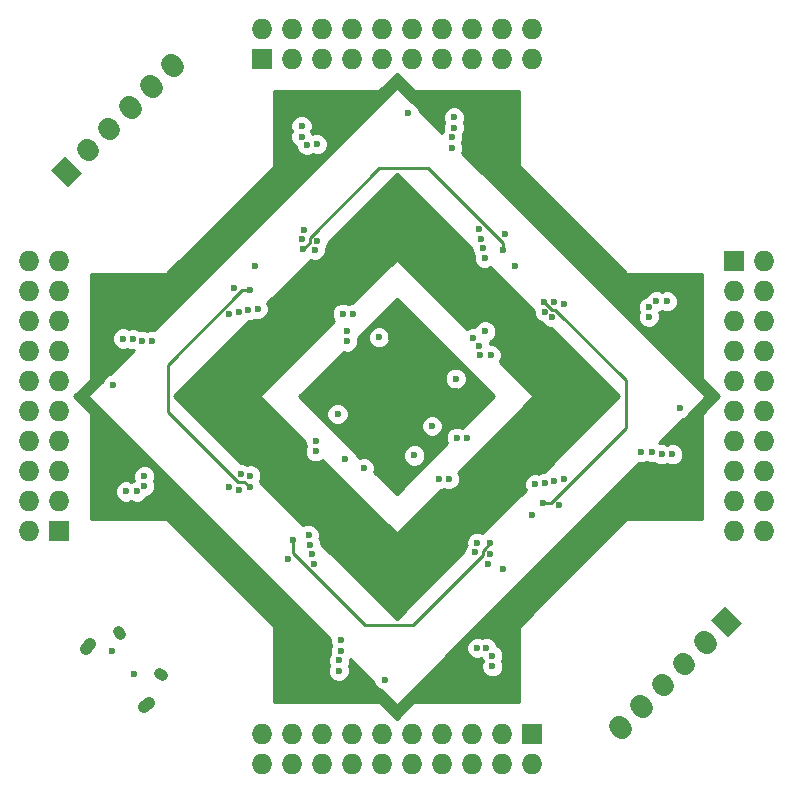
<source format=gbr>
G04 #@! TF.FileFunction,Copper,L3,Inr,Plane*
%FSLAX46Y46*%
G04 Gerber Fmt 4.6, Leading zero omitted, Abs format (unit mm)*
G04 Created by KiCad (PCBNEW 4.0.6-e0-6349~53~ubuntu14.04.1) date Tue Mar 21 08:09:45 2017*
%MOMM*%
%LPD*%
G01*
G04 APERTURE LIST*
%ADD10C,0.100000*%
%ADD11R,1.727200X1.727200*%
%ADD12O,1.727200X1.727200*%
%ADD13C,1.727200*%
%ADD14C,0.950000*%
%ADD15C,1.000000*%
%ADD16C,0.600000*%
%ADD17C,0.250000*%
%ADD18C,0.254000*%
G04 APERTURE END LIST*
D10*
D11*
X161430000Y-133575000D03*
D12*
X161430000Y-136115000D03*
X158890000Y-133575000D03*
X158890000Y-136115000D03*
X156350000Y-133575000D03*
X156350000Y-136115000D03*
X153810000Y-133575000D03*
X153810000Y-136115000D03*
X151270000Y-133575000D03*
X151270000Y-136115000D03*
X148730000Y-133575000D03*
X148730000Y-136115000D03*
X146190000Y-133575000D03*
X146190000Y-136115000D03*
X143650000Y-133575000D03*
X143650000Y-136115000D03*
X141110000Y-133575000D03*
X141110000Y-136115000D03*
X138570000Y-133575000D03*
X138570000Y-136115000D03*
D11*
X121425000Y-116430000D03*
D12*
X118885000Y-116430000D03*
X121425000Y-113890000D03*
X118885000Y-113890000D03*
X121425000Y-111350000D03*
X118885000Y-111350000D03*
X121425000Y-108810000D03*
X118885000Y-108810000D03*
X121425000Y-106270000D03*
X118885000Y-106270000D03*
X121425000Y-103730000D03*
X118885000Y-103730000D03*
X121425000Y-101190000D03*
X118885000Y-101190000D03*
X121425000Y-98650000D03*
X118885000Y-98650000D03*
X121425000Y-96110000D03*
X118885000Y-96110000D03*
X121425000Y-93570000D03*
X118885000Y-93570000D03*
D11*
X138570000Y-76425000D03*
D12*
X138570000Y-73885000D03*
X141110000Y-76425000D03*
X141110000Y-73885000D03*
X143650000Y-76425000D03*
X143650000Y-73885000D03*
X146190000Y-76425000D03*
X146190000Y-73885000D03*
X148730000Y-76425000D03*
X148730000Y-73885000D03*
X151270000Y-76425000D03*
X151270000Y-73885000D03*
X153810000Y-76425000D03*
X153810000Y-73885000D03*
X156350000Y-76425000D03*
X156350000Y-73885000D03*
X158890000Y-76425000D03*
X158890000Y-73885000D03*
X161430000Y-76425000D03*
X161430000Y-73885000D03*
D11*
X178575000Y-93570000D03*
D12*
X181115000Y-93570000D03*
X178575000Y-96110000D03*
X181115000Y-96110000D03*
X178575000Y-98650000D03*
X181115000Y-98650000D03*
X178575000Y-101190000D03*
X181115000Y-101190000D03*
X178575000Y-103730000D03*
X181115000Y-103730000D03*
X178575000Y-106270000D03*
X181115000Y-106270000D03*
X178575000Y-108810000D03*
X181115000Y-108810000D03*
X178575000Y-111350000D03*
X181115000Y-111350000D03*
X178575000Y-113890000D03*
X181115000Y-113890000D03*
X178575000Y-116430000D03*
X181115000Y-116430000D03*
D10*
G36*
X122167763Y-87279078D02*
X120730922Y-85842237D01*
X121952237Y-84620922D01*
X123389078Y-86057763D01*
X122167763Y-87279078D01*
X122167763Y-87279078D01*
G37*
D13*
X123748288Y-84046186D02*
X123963814Y-84261712D01*
X125544339Y-82250135D02*
X125759865Y-82465661D01*
X127340391Y-80454083D02*
X127555917Y-80669609D01*
X129136442Y-78658032D02*
X129351968Y-78873558D01*
X130932493Y-76861981D02*
X131148019Y-77077507D01*
D10*
G36*
X177832237Y-122720922D02*
X179269078Y-124157763D01*
X178047763Y-125379078D01*
X176610922Y-123942237D01*
X177832237Y-122720922D01*
X177832237Y-122720922D01*
G37*
D13*
X176251712Y-125953814D02*
X176036186Y-125738288D01*
X174455661Y-127749865D02*
X174240135Y-127534339D01*
X172659609Y-129545917D02*
X172444083Y-129330391D01*
X170863558Y-131341968D02*
X170648032Y-131126442D01*
X169067507Y-133138019D02*
X168851981Y-132922493D01*
D14*
X126370413Y-124880648D02*
X126582545Y-125092780D01*
X129905947Y-128416182D02*
X130118079Y-128628314D01*
D15*
X123665730Y-126383250D02*
X124054638Y-125994342D01*
X128615478Y-131332997D02*
X129004386Y-130944089D01*
D16*
X154500000Y-96500000D03*
X159050000Y-119650000D03*
X163750000Y-114200000D03*
X159200000Y-91250000D03*
X136250000Y-95800000D03*
X140800000Y-118750000D03*
X174000000Y-106000000D03*
X149000000Y-129000000D03*
X126000000Y-104000000D03*
X151000000Y-81000000D03*
X155100000Y-108500000D03*
X155950000Y-108550000D03*
X153550000Y-112000000D03*
X154450000Y-112000000D03*
X156450000Y-100050000D03*
X157000000Y-100700000D03*
X157100000Y-101500000D03*
X158000000Y-101500000D03*
X150500000Y-110000000D03*
X145000000Y-105500000D03*
X149500000Y-100000000D03*
X155000000Y-104500000D03*
X146825000Y-102460000D03*
X160000000Y-94000000D03*
X138000000Y-94000000D03*
X161500000Y-115000000D03*
X157500000Y-99500000D03*
X153000000Y-107500000D03*
X155000000Y-103500000D03*
X151500000Y-110000000D03*
X145000000Y-106500000D03*
X148500000Y-100000000D03*
X147250000Y-111050000D03*
X145600000Y-110300000D03*
X143150000Y-108750000D03*
X143150000Y-109650000D03*
X145800000Y-100350000D03*
X145800000Y-99450000D03*
X146300000Y-98050000D03*
X145450000Y-98000000D03*
X158100000Y-127850000D03*
X158100000Y-126950000D03*
X156800000Y-126300000D03*
X157600000Y-126300000D03*
X157750000Y-119150000D03*
X157950000Y-118350000D03*
X156650000Y-118200000D03*
X156850000Y-117400000D03*
X142550000Y-116750000D03*
X142700000Y-117550000D03*
X142850000Y-118350000D03*
X143000000Y-119150000D03*
X145100000Y-128250000D03*
X145150000Y-127350000D03*
X145300000Y-126550000D03*
X145300000Y-125650000D03*
X127100000Y-113050000D03*
X128000000Y-113050000D03*
X128650000Y-111750000D03*
X128650000Y-112550000D03*
X135850000Y-112700000D03*
X136650000Y-112900000D03*
X136800000Y-111600000D03*
X137600000Y-111700000D03*
X138250000Y-97600000D03*
X137450000Y-97700000D03*
X136650000Y-97850000D03*
X135850000Y-98000000D03*
X126850000Y-100100000D03*
X127650000Y-100150000D03*
X128450000Y-100300000D03*
X129300000Y-100300000D03*
X141950000Y-82100000D03*
X141950000Y-83000000D03*
X143250000Y-83650000D03*
X142400000Y-83700000D03*
X142200000Y-90900000D03*
X142000000Y-91700000D03*
X143300000Y-91800000D03*
X143100000Y-92600000D03*
X157450000Y-93250000D03*
X157300000Y-92450000D03*
X157150000Y-91650000D03*
X157000000Y-90850000D03*
X154850000Y-81350000D03*
X154850000Y-82250000D03*
X154700000Y-83050000D03*
X154700000Y-83950000D03*
X172900000Y-96950000D03*
X172000000Y-96950000D03*
X171350000Y-98250000D03*
X171350000Y-97450000D03*
X164150000Y-97200000D03*
X163350000Y-97000000D03*
X163200000Y-98300000D03*
X162550000Y-97850000D03*
X161750000Y-112450000D03*
X162550000Y-112300000D03*
X163350000Y-112150000D03*
X164150000Y-112000000D03*
X173350000Y-109900000D03*
X172450000Y-109900000D03*
X171650000Y-109700000D03*
X170700000Y-109700000D03*
X141200000Y-117150000D03*
X157950000Y-117450000D03*
X137550000Y-96000000D03*
X137550000Y-112700000D03*
X166500000Y-92000000D03*
X134500000Y-91000000D03*
X165000000Y-118500000D03*
X159050000Y-92600000D03*
X142100000Y-92550000D03*
X162400000Y-114000000D03*
X162500000Y-97000000D03*
X127775000Y-128495000D03*
X125870000Y-126590000D03*
D17*
X151825000Y-123925000D02*
X151400000Y-124350000D01*
X147300000Y-124350000D02*
X141200000Y-118250000D01*
X151400000Y-124350000D02*
X147300000Y-124350000D01*
X141200000Y-118250000D02*
X141200000Y-117150000D01*
X157950000Y-117450000D02*
X157450000Y-117950000D01*
X157450000Y-117950000D02*
X157300000Y-118100000D01*
X157300000Y-118100000D02*
X157300000Y-118450000D01*
X157300000Y-118450000D02*
X156900000Y-118850000D01*
X156900000Y-118850000D02*
X153350000Y-122400000D01*
X153350000Y-122400000D02*
X151825000Y-123925000D01*
X137550000Y-96000000D02*
X136950000Y-96000000D01*
X136950000Y-96000000D02*
X130650000Y-102300000D01*
X130650000Y-102300000D02*
X130650000Y-106350000D01*
X130650000Y-106350000D02*
X136550000Y-112250000D01*
X136550000Y-112250000D02*
X137100000Y-112250000D01*
X137100000Y-112250000D02*
X137550000Y-112700000D01*
X159050000Y-92600000D02*
X159050000Y-92000000D01*
X159050000Y-92000000D02*
X152700000Y-85650000D01*
X152700000Y-85650000D02*
X148550000Y-85650000D01*
X148550000Y-85650000D02*
X142650000Y-91550000D01*
X142650000Y-91550000D02*
X142650000Y-92000000D01*
X142650000Y-92000000D02*
X142100000Y-92550000D01*
X162400000Y-114000000D02*
X163050000Y-114000000D01*
X163050000Y-114000000D02*
X169400000Y-107650000D01*
X169400000Y-107650000D02*
X169400000Y-103600000D01*
X169400000Y-103600000D02*
X163450000Y-97650000D01*
X163450000Y-97650000D02*
X163150000Y-97650000D01*
X163150000Y-97650000D02*
X162500000Y-97000000D01*
D18*
G36*
X158250394Y-105000000D02*
X155568330Y-107682064D01*
X155286799Y-107565162D01*
X154914833Y-107564838D01*
X154571057Y-107706883D01*
X154307808Y-107969673D01*
X154165162Y-108313201D01*
X154164838Y-108685167D01*
X154281904Y-108968490D01*
X150000000Y-113250394D01*
X148126617Y-111377011D01*
X148184838Y-111236799D01*
X148185162Y-110864833D01*
X148043117Y-110521057D01*
X147780327Y-110257808D01*
X147605389Y-110185167D01*
X150564838Y-110185167D01*
X150706883Y-110528943D01*
X150969673Y-110792192D01*
X151313201Y-110934838D01*
X151685167Y-110935162D01*
X152028943Y-110793117D01*
X152292192Y-110530327D01*
X152434838Y-110186799D01*
X152435162Y-109814833D01*
X152293117Y-109471057D01*
X152030327Y-109207808D01*
X151686799Y-109065162D01*
X151314833Y-109064838D01*
X150971057Y-109206883D01*
X150707808Y-109469673D01*
X150565162Y-109813201D01*
X150564838Y-110185167D01*
X147605389Y-110185167D01*
X147436799Y-110115162D01*
X147064833Y-110114838D01*
X146923034Y-110173428D01*
X144434773Y-107685167D01*
X152064838Y-107685167D01*
X152206883Y-108028943D01*
X152469673Y-108292192D01*
X152813201Y-108434838D01*
X153185167Y-108435162D01*
X153528943Y-108293117D01*
X153792192Y-108030327D01*
X153934838Y-107686799D01*
X153935162Y-107314833D01*
X153793117Y-106971057D01*
X153530327Y-106707808D01*
X153186799Y-106565162D01*
X152814833Y-106564838D01*
X152471057Y-106706883D01*
X152207808Y-106969673D01*
X152065162Y-107313201D01*
X152064838Y-107685167D01*
X144434773Y-107685167D01*
X143434773Y-106685167D01*
X144064838Y-106685167D01*
X144206883Y-107028943D01*
X144469673Y-107292192D01*
X144813201Y-107434838D01*
X145185167Y-107435162D01*
X145528943Y-107293117D01*
X145792192Y-107030327D01*
X145934838Y-106686799D01*
X145935162Y-106314833D01*
X145793117Y-105971057D01*
X145530327Y-105707808D01*
X145186799Y-105565162D01*
X144814833Y-105564838D01*
X144471057Y-105706883D01*
X144207808Y-105969673D01*
X144065162Y-106313201D01*
X144064838Y-106685167D01*
X143434773Y-106685167D01*
X141749606Y-105000000D01*
X143064439Y-103685167D01*
X154064838Y-103685167D01*
X154206883Y-104028943D01*
X154469673Y-104292192D01*
X154813201Y-104434838D01*
X155185167Y-104435162D01*
X155528943Y-104293117D01*
X155792192Y-104030327D01*
X155934838Y-103686799D01*
X155935162Y-103314833D01*
X155793117Y-102971057D01*
X155530327Y-102707808D01*
X155186799Y-102565162D01*
X154814833Y-102564838D01*
X154471057Y-102706883D01*
X154207808Y-102969673D01*
X154065162Y-103313201D01*
X154064838Y-103685167D01*
X143064439Y-103685167D01*
X145508319Y-101241287D01*
X145613201Y-101284838D01*
X145985167Y-101285162D01*
X146328943Y-101143117D01*
X146592192Y-100880327D01*
X146734838Y-100536799D01*
X146735144Y-100185167D01*
X147564838Y-100185167D01*
X147706883Y-100528943D01*
X147969673Y-100792192D01*
X148313201Y-100934838D01*
X148685167Y-100935162D01*
X149028943Y-100793117D01*
X149292192Y-100530327D01*
X149434838Y-100186799D01*
X149435162Y-99814833D01*
X149293117Y-99471057D01*
X149030327Y-99207808D01*
X148686799Y-99065162D01*
X148314833Y-99064838D01*
X147971057Y-99206883D01*
X147707808Y-99469673D01*
X147565162Y-99813201D01*
X147564838Y-100185167D01*
X146735144Y-100185167D01*
X146735162Y-100164833D01*
X146691191Y-100058415D01*
X150000000Y-96749606D01*
X158250394Y-105000000D01*
X158250394Y-105000000D01*
G37*
X158250394Y-105000000D02*
X155568330Y-107682064D01*
X155286799Y-107565162D01*
X154914833Y-107564838D01*
X154571057Y-107706883D01*
X154307808Y-107969673D01*
X154165162Y-108313201D01*
X154164838Y-108685167D01*
X154281904Y-108968490D01*
X150000000Y-113250394D01*
X148126617Y-111377011D01*
X148184838Y-111236799D01*
X148185162Y-110864833D01*
X148043117Y-110521057D01*
X147780327Y-110257808D01*
X147605389Y-110185167D01*
X150564838Y-110185167D01*
X150706883Y-110528943D01*
X150969673Y-110792192D01*
X151313201Y-110934838D01*
X151685167Y-110935162D01*
X152028943Y-110793117D01*
X152292192Y-110530327D01*
X152434838Y-110186799D01*
X152435162Y-109814833D01*
X152293117Y-109471057D01*
X152030327Y-109207808D01*
X151686799Y-109065162D01*
X151314833Y-109064838D01*
X150971057Y-109206883D01*
X150707808Y-109469673D01*
X150565162Y-109813201D01*
X150564838Y-110185167D01*
X147605389Y-110185167D01*
X147436799Y-110115162D01*
X147064833Y-110114838D01*
X146923034Y-110173428D01*
X144434773Y-107685167D01*
X152064838Y-107685167D01*
X152206883Y-108028943D01*
X152469673Y-108292192D01*
X152813201Y-108434838D01*
X153185167Y-108435162D01*
X153528943Y-108293117D01*
X153792192Y-108030327D01*
X153934838Y-107686799D01*
X153935162Y-107314833D01*
X153793117Y-106971057D01*
X153530327Y-106707808D01*
X153186799Y-106565162D01*
X152814833Y-106564838D01*
X152471057Y-106706883D01*
X152207808Y-106969673D01*
X152065162Y-107313201D01*
X152064838Y-107685167D01*
X144434773Y-107685167D01*
X143434773Y-106685167D01*
X144064838Y-106685167D01*
X144206883Y-107028943D01*
X144469673Y-107292192D01*
X144813201Y-107434838D01*
X145185167Y-107435162D01*
X145528943Y-107293117D01*
X145792192Y-107030327D01*
X145934838Y-106686799D01*
X145935162Y-106314833D01*
X145793117Y-105971057D01*
X145530327Y-105707808D01*
X145186799Y-105565162D01*
X144814833Y-105564838D01*
X144471057Y-105706883D01*
X144207808Y-105969673D01*
X144065162Y-106313201D01*
X144064838Y-106685167D01*
X143434773Y-106685167D01*
X141749606Y-105000000D01*
X143064439Y-103685167D01*
X154064838Y-103685167D01*
X154206883Y-104028943D01*
X154469673Y-104292192D01*
X154813201Y-104434838D01*
X155185167Y-104435162D01*
X155528943Y-104293117D01*
X155792192Y-104030327D01*
X155934838Y-103686799D01*
X155935162Y-103314833D01*
X155793117Y-102971057D01*
X155530327Y-102707808D01*
X155186799Y-102565162D01*
X154814833Y-102564838D01*
X154471057Y-102706883D01*
X154207808Y-102969673D01*
X154065162Y-103313201D01*
X154064838Y-103685167D01*
X143064439Y-103685167D01*
X145508319Y-101241287D01*
X145613201Y-101284838D01*
X145985167Y-101285162D01*
X146328943Y-101143117D01*
X146592192Y-100880327D01*
X146734838Y-100536799D01*
X146735144Y-100185167D01*
X147564838Y-100185167D01*
X147706883Y-100528943D01*
X147969673Y-100792192D01*
X148313201Y-100934838D01*
X148685167Y-100935162D01*
X149028943Y-100793117D01*
X149292192Y-100530327D01*
X149434838Y-100186799D01*
X149435162Y-99814833D01*
X149293117Y-99471057D01*
X149030327Y-99207808D01*
X148686799Y-99065162D01*
X148314833Y-99064838D01*
X147971057Y-99206883D01*
X147707808Y-99469673D01*
X147565162Y-99813201D01*
X147564838Y-100185167D01*
X146735144Y-100185167D01*
X146735162Y-100164833D01*
X146691191Y-100058415D01*
X150000000Y-96749606D01*
X158250394Y-105000000D01*
G36*
X156364917Y-92544523D02*
X156364838Y-92635167D01*
X156506883Y-92978943D01*
X156537439Y-93009552D01*
X156515162Y-93063201D01*
X156514838Y-93435167D01*
X156656883Y-93778943D01*
X156919673Y-94042192D01*
X157263201Y-94184838D01*
X157635167Y-94185162D01*
X157897261Y-94076867D01*
X161615047Y-97794653D01*
X161614838Y-98035167D01*
X161756883Y-98378943D01*
X162019673Y-98642192D01*
X162363201Y-98784838D01*
X162388668Y-98784860D01*
X162406883Y-98828943D01*
X162669673Y-99092192D01*
X163013201Y-99234838D01*
X163055269Y-99234875D01*
X168820394Y-105000000D01*
X162455477Y-111364917D01*
X162364833Y-111364838D01*
X162021057Y-111506883D01*
X161990448Y-111537439D01*
X161936799Y-111515162D01*
X161564833Y-111514838D01*
X161221057Y-111656883D01*
X160957808Y-111919673D01*
X160815162Y-112263201D01*
X160814838Y-112635167D01*
X160923133Y-112897261D01*
X157261802Y-116558592D01*
X157036799Y-116465162D01*
X156664833Y-116464838D01*
X156321057Y-116606883D01*
X156057808Y-116869673D01*
X155915162Y-117213201D01*
X155914838Y-117585167D01*
X155922905Y-117604690D01*
X155857808Y-117669673D01*
X155715162Y-118013201D01*
X155715082Y-118105312D01*
X150000000Y-123820394D01*
X143635083Y-117455477D01*
X143635162Y-117364833D01*
X143493117Y-117021057D01*
X143462561Y-116990448D01*
X143484838Y-116936799D01*
X143485162Y-116564833D01*
X143343117Y-116221057D01*
X143080327Y-115957808D01*
X142736799Y-115815162D01*
X142364833Y-115814838D01*
X142102739Y-115923133D01*
X138397397Y-112217791D01*
X138534838Y-111886799D01*
X138535162Y-111514833D01*
X138393117Y-111171057D01*
X138130327Y-110907808D01*
X137786799Y-110765162D01*
X137414833Y-110764838D01*
X137320606Y-110803772D01*
X136986799Y-110665162D01*
X136844644Y-110665038D01*
X131181360Y-105001754D01*
X138373012Y-105001754D01*
X138383700Y-105051022D01*
X138410197Y-105089803D01*
X142214873Y-108894479D01*
X142214838Y-108935167D01*
X142324359Y-109200228D01*
X142215162Y-109463201D01*
X142214838Y-109835167D01*
X142356883Y-110178943D01*
X142619673Y-110442192D01*
X142963201Y-110584838D01*
X143335167Y-110585162D01*
X143678943Y-110443117D01*
X143721264Y-110400870D01*
X149910197Y-116589803D01*
X149952211Y-116617666D01*
X150001754Y-116626988D01*
X150051022Y-116616300D01*
X150089803Y-116589803D01*
X153750976Y-112928630D01*
X154000228Y-112825641D01*
X154263201Y-112934838D01*
X154635167Y-112935162D01*
X154978943Y-112793117D01*
X155242192Y-112530327D01*
X155384838Y-112186799D01*
X155385162Y-111814833D01*
X155243117Y-111471057D01*
X155225848Y-111453758D01*
X161589803Y-105089803D01*
X161617666Y-105047789D01*
X161626988Y-104998246D01*
X161616300Y-104948978D01*
X161589803Y-104910197D01*
X158751027Y-102071421D01*
X158792192Y-102030327D01*
X158934838Y-101686799D01*
X158935162Y-101314833D01*
X158793117Y-100971057D01*
X158530327Y-100707808D01*
X158186799Y-100565162D01*
X157935118Y-100564943D01*
X157935162Y-100514833D01*
X157870587Y-100358548D01*
X158028943Y-100293117D01*
X158292192Y-100030327D01*
X158434838Y-99686799D01*
X158435162Y-99314833D01*
X158293117Y-98971057D01*
X158030327Y-98707808D01*
X157686799Y-98565162D01*
X157314833Y-98564838D01*
X156971057Y-98706883D01*
X156707808Y-98969673D01*
X156645837Y-99118915D01*
X156636799Y-99115162D01*
X156264833Y-99114838D01*
X155931977Y-99252371D01*
X150089803Y-93410197D01*
X150047789Y-93382334D01*
X149998246Y-93373012D01*
X149948978Y-93383700D01*
X149910197Y-93410197D01*
X146205477Y-97114917D01*
X146114833Y-97114838D01*
X145935189Y-97189065D01*
X145636799Y-97065162D01*
X145264833Y-97064838D01*
X144921057Y-97206883D01*
X144657808Y-97469673D01*
X144515162Y-97813201D01*
X144514838Y-98185167D01*
X144656883Y-98528943D01*
X144724108Y-98596286D01*
X138410197Y-104910197D01*
X138382334Y-104952211D01*
X138373012Y-105001754D01*
X131181360Y-105001754D01*
X131179606Y-105000000D01*
X137544523Y-98635083D01*
X137635167Y-98635162D01*
X137970815Y-98496476D01*
X138063201Y-98534838D01*
X138435167Y-98535162D01*
X138778943Y-98393117D01*
X139042192Y-98130327D01*
X139184838Y-97786799D01*
X139185162Y-97414833D01*
X139062248Y-97117358D01*
X142723528Y-93456078D01*
X142913201Y-93534838D01*
X143285167Y-93535162D01*
X143628943Y-93393117D01*
X143892192Y-93130327D01*
X144034838Y-92786799D01*
X144035162Y-92414833D01*
X144027095Y-92395310D01*
X144092192Y-92330327D01*
X144234838Y-91986799D01*
X144234875Y-91944731D01*
X150000000Y-86179606D01*
X156364917Y-92544523D01*
X156364917Y-92544523D01*
G37*
X156364917Y-92544523D02*
X156364838Y-92635167D01*
X156506883Y-92978943D01*
X156537439Y-93009552D01*
X156515162Y-93063201D01*
X156514838Y-93435167D01*
X156656883Y-93778943D01*
X156919673Y-94042192D01*
X157263201Y-94184838D01*
X157635167Y-94185162D01*
X157897261Y-94076867D01*
X161615047Y-97794653D01*
X161614838Y-98035167D01*
X161756883Y-98378943D01*
X162019673Y-98642192D01*
X162363201Y-98784838D01*
X162388668Y-98784860D01*
X162406883Y-98828943D01*
X162669673Y-99092192D01*
X163013201Y-99234838D01*
X163055269Y-99234875D01*
X168820394Y-105000000D01*
X162455477Y-111364917D01*
X162364833Y-111364838D01*
X162021057Y-111506883D01*
X161990448Y-111537439D01*
X161936799Y-111515162D01*
X161564833Y-111514838D01*
X161221057Y-111656883D01*
X160957808Y-111919673D01*
X160815162Y-112263201D01*
X160814838Y-112635167D01*
X160923133Y-112897261D01*
X157261802Y-116558592D01*
X157036799Y-116465162D01*
X156664833Y-116464838D01*
X156321057Y-116606883D01*
X156057808Y-116869673D01*
X155915162Y-117213201D01*
X155914838Y-117585167D01*
X155922905Y-117604690D01*
X155857808Y-117669673D01*
X155715162Y-118013201D01*
X155715082Y-118105312D01*
X150000000Y-123820394D01*
X143635083Y-117455477D01*
X143635162Y-117364833D01*
X143493117Y-117021057D01*
X143462561Y-116990448D01*
X143484838Y-116936799D01*
X143485162Y-116564833D01*
X143343117Y-116221057D01*
X143080327Y-115957808D01*
X142736799Y-115815162D01*
X142364833Y-115814838D01*
X142102739Y-115923133D01*
X138397397Y-112217791D01*
X138534838Y-111886799D01*
X138535162Y-111514833D01*
X138393117Y-111171057D01*
X138130327Y-110907808D01*
X137786799Y-110765162D01*
X137414833Y-110764838D01*
X137320606Y-110803772D01*
X136986799Y-110665162D01*
X136844644Y-110665038D01*
X131181360Y-105001754D01*
X138373012Y-105001754D01*
X138383700Y-105051022D01*
X138410197Y-105089803D01*
X142214873Y-108894479D01*
X142214838Y-108935167D01*
X142324359Y-109200228D01*
X142215162Y-109463201D01*
X142214838Y-109835167D01*
X142356883Y-110178943D01*
X142619673Y-110442192D01*
X142963201Y-110584838D01*
X143335167Y-110585162D01*
X143678943Y-110443117D01*
X143721264Y-110400870D01*
X149910197Y-116589803D01*
X149952211Y-116617666D01*
X150001754Y-116626988D01*
X150051022Y-116616300D01*
X150089803Y-116589803D01*
X153750976Y-112928630D01*
X154000228Y-112825641D01*
X154263201Y-112934838D01*
X154635167Y-112935162D01*
X154978943Y-112793117D01*
X155242192Y-112530327D01*
X155384838Y-112186799D01*
X155385162Y-111814833D01*
X155243117Y-111471057D01*
X155225848Y-111453758D01*
X161589803Y-105089803D01*
X161617666Y-105047789D01*
X161626988Y-104998246D01*
X161616300Y-104948978D01*
X161589803Y-104910197D01*
X158751027Y-102071421D01*
X158792192Y-102030327D01*
X158934838Y-101686799D01*
X158935162Y-101314833D01*
X158793117Y-100971057D01*
X158530327Y-100707808D01*
X158186799Y-100565162D01*
X157935118Y-100564943D01*
X157935162Y-100514833D01*
X157870587Y-100358548D01*
X158028943Y-100293117D01*
X158292192Y-100030327D01*
X158434838Y-99686799D01*
X158435162Y-99314833D01*
X158293117Y-98971057D01*
X158030327Y-98707808D01*
X157686799Y-98565162D01*
X157314833Y-98564838D01*
X156971057Y-98706883D01*
X156707808Y-98969673D01*
X156645837Y-99118915D01*
X156636799Y-99115162D01*
X156264833Y-99114838D01*
X155931977Y-99252371D01*
X150089803Y-93410197D01*
X150047789Y-93382334D01*
X149998246Y-93373012D01*
X149948978Y-93383700D01*
X149910197Y-93410197D01*
X146205477Y-97114917D01*
X146114833Y-97114838D01*
X145935189Y-97189065D01*
X145636799Y-97065162D01*
X145264833Y-97064838D01*
X144921057Y-97206883D01*
X144657808Y-97469673D01*
X144515162Y-97813201D01*
X144514838Y-98185167D01*
X144656883Y-98528943D01*
X144724108Y-98596286D01*
X138410197Y-104910197D01*
X138382334Y-104952211D01*
X138373012Y-105001754D01*
X131181360Y-105001754D01*
X131179606Y-105000000D01*
X137544523Y-98635083D01*
X137635167Y-98635162D01*
X137970815Y-98496476D01*
X138063201Y-98534838D01*
X138435167Y-98535162D01*
X138778943Y-98393117D01*
X139042192Y-98130327D01*
X139184838Y-97786799D01*
X139185162Y-97414833D01*
X139062248Y-97117358D01*
X142723528Y-93456078D01*
X142913201Y-93534838D01*
X143285167Y-93535162D01*
X143628943Y-93393117D01*
X143892192Y-93130327D01*
X144034838Y-92786799D01*
X144035162Y-92414833D01*
X144027095Y-92395310D01*
X144092192Y-92330327D01*
X144234838Y-91986799D01*
X144234875Y-91944731D01*
X150000000Y-86179606D01*
X156364917Y-92544523D01*
G36*
X151410197Y-79089803D02*
X151452211Y-79117666D01*
X151500000Y-79127000D01*
X160373000Y-79127000D01*
X160373000Y-85500000D01*
X160383006Y-85549410D01*
X160410197Y-85589803D01*
X169410197Y-94589803D01*
X169452211Y-94617666D01*
X169500000Y-94627000D01*
X175873000Y-94627000D01*
X175873000Y-103500000D01*
X175883006Y-103549410D01*
X175910197Y-103589803D01*
X177320394Y-105000000D01*
X175910197Y-106410197D01*
X175882334Y-106452211D01*
X175873000Y-106500000D01*
X175873000Y-115373000D01*
X169500000Y-115373000D01*
X169450590Y-115383006D01*
X169410197Y-115410197D01*
X160410197Y-124410197D01*
X160382334Y-124452211D01*
X160373000Y-124500000D01*
X160373000Y-130873000D01*
X151500000Y-130873000D01*
X151450590Y-130883006D01*
X151410197Y-130910197D01*
X150000000Y-132320394D01*
X148589803Y-130910197D01*
X148547789Y-130882334D01*
X148500000Y-130873000D01*
X139627000Y-130873000D01*
X139627000Y-124500000D01*
X139616994Y-124450590D01*
X139589803Y-124410197D01*
X130589803Y-115410197D01*
X130547789Y-115382334D01*
X130500000Y-115373000D01*
X124127000Y-115373000D01*
X124127000Y-113235167D01*
X126164838Y-113235167D01*
X126306883Y-113578943D01*
X126569673Y-113842192D01*
X126913201Y-113984838D01*
X127285167Y-113985162D01*
X127550228Y-113875641D01*
X127813201Y-113984838D01*
X128185167Y-113985162D01*
X128528943Y-113843117D01*
X128792192Y-113580327D01*
X128831709Y-113485159D01*
X128835167Y-113485162D01*
X129178943Y-113343117D01*
X129442192Y-113080327D01*
X129584838Y-112736799D01*
X129585162Y-112364833D01*
X129496352Y-112149896D01*
X129584838Y-111936799D01*
X129585162Y-111564833D01*
X129443117Y-111221057D01*
X129180327Y-110957808D01*
X128836799Y-110815162D01*
X128464833Y-110814838D01*
X128121057Y-110956883D01*
X127857808Y-111219673D01*
X127715162Y-111563201D01*
X127714838Y-111935167D01*
X127792832Y-112123928D01*
X127549772Y-112224359D01*
X127286799Y-112115162D01*
X126914833Y-112114838D01*
X126571057Y-112256883D01*
X126307808Y-112519673D01*
X126165162Y-112863201D01*
X126164838Y-113235167D01*
X124127000Y-113235167D01*
X124127000Y-106500000D01*
X124116994Y-106450590D01*
X124089803Y-106410197D01*
X122681360Y-105001754D01*
X123873012Y-105001754D01*
X123883700Y-105051022D01*
X123910197Y-105089803D01*
X144365091Y-125544697D01*
X144364838Y-125835167D01*
X144474359Y-126100228D01*
X144365162Y-126363201D01*
X144364838Y-126735167D01*
X144387506Y-126790027D01*
X144357808Y-126819673D01*
X144215162Y-127163201D01*
X144214838Y-127535167D01*
X144299420Y-127739873D01*
X144165162Y-128063201D01*
X144164838Y-128435167D01*
X144306883Y-128778943D01*
X144569673Y-129042192D01*
X144913201Y-129184838D01*
X145285167Y-129185162D01*
X145628943Y-129043117D01*
X145892192Y-128780327D01*
X146034838Y-128436799D01*
X146035162Y-128064833D01*
X145950580Y-127860127D01*
X146084838Y-127536799D01*
X146085075Y-127264681D01*
X148106577Y-129286183D01*
X148206883Y-129528943D01*
X148469673Y-129792192D01*
X148714068Y-129893674D01*
X149910197Y-131089803D01*
X149952211Y-131117666D01*
X150001754Y-131126988D01*
X150051022Y-131116300D01*
X150089803Y-131089803D01*
X154694439Y-126485167D01*
X155864838Y-126485167D01*
X156006883Y-126828943D01*
X156269673Y-127092192D01*
X156613201Y-127234838D01*
X156985167Y-127235162D01*
X157173928Y-127157168D01*
X157274359Y-127400228D01*
X157165162Y-127663201D01*
X157164838Y-128035167D01*
X157306883Y-128378943D01*
X157569673Y-128642192D01*
X157913201Y-128784838D01*
X158285167Y-128785162D01*
X158628943Y-128643117D01*
X158892192Y-128380327D01*
X159034838Y-128036799D01*
X159035162Y-127664833D01*
X158925641Y-127399772D01*
X159034838Y-127136799D01*
X159035162Y-126764833D01*
X158893117Y-126421057D01*
X158630327Y-126157808D01*
X158535159Y-126118291D01*
X158535162Y-126114833D01*
X158393117Y-125771057D01*
X158130327Y-125507808D01*
X157786799Y-125365162D01*
X157414833Y-125364838D01*
X157199896Y-125453648D01*
X156986799Y-125365162D01*
X156614833Y-125364838D01*
X156271057Y-125506883D01*
X156007808Y-125769673D01*
X155865162Y-126113201D01*
X155864838Y-126485167D01*
X154694439Y-126485167D01*
X170544741Y-110634865D01*
X170885167Y-110635162D01*
X171175290Y-110515286D01*
X171463201Y-110634838D01*
X171835167Y-110635162D01*
X171854690Y-110627095D01*
X171919673Y-110692192D01*
X172263201Y-110834838D01*
X172635167Y-110835162D01*
X172900228Y-110725641D01*
X173163201Y-110834838D01*
X173535167Y-110835162D01*
X173878943Y-110693117D01*
X174142192Y-110430327D01*
X174284838Y-110086799D01*
X174285162Y-109714833D01*
X174143117Y-109371057D01*
X173880327Y-109107808D01*
X173536799Y-108965162D01*
X173164833Y-108964838D01*
X172899772Y-109074359D01*
X172636799Y-108965162D01*
X172264833Y-108964838D01*
X172245310Y-108972905D01*
X172226022Y-108953584D01*
X174286183Y-106893423D01*
X174528943Y-106793117D01*
X174792192Y-106530327D01*
X174893674Y-106285932D01*
X176089803Y-105089803D01*
X176117666Y-105047789D01*
X176126988Y-104998246D01*
X176116300Y-104948978D01*
X176089803Y-104910197D01*
X168814773Y-97635167D01*
X170414838Y-97635167D01*
X170503648Y-97850104D01*
X170415162Y-98063201D01*
X170414838Y-98435167D01*
X170556883Y-98778943D01*
X170819673Y-99042192D01*
X171163201Y-99184838D01*
X171535167Y-99185162D01*
X171878943Y-99043117D01*
X172142192Y-98780327D01*
X172284838Y-98436799D01*
X172285162Y-98064833D01*
X172207168Y-97876072D01*
X172450228Y-97775641D01*
X172713201Y-97884838D01*
X173085167Y-97885162D01*
X173428943Y-97743117D01*
X173692192Y-97480327D01*
X173834838Y-97136799D01*
X173835162Y-96764833D01*
X173693117Y-96421057D01*
X173430327Y-96157808D01*
X173086799Y-96015162D01*
X172714833Y-96014838D01*
X172449772Y-96124359D01*
X172186799Y-96015162D01*
X171814833Y-96014838D01*
X171471057Y-96156883D01*
X171207808Y-96419673D01*
X171168291Y-96514841D01*
X171164833Y-96514838D01*
X170821057Y-96656883D01*
X170557808Y-96919673D01*
X170415162Y-97263201D01*
X170414838Y-97635167D01*
X168814773Y-97635167D01*
X155541408Y-84361802D01*
X155634838Y-84136799D01*
X155635162Y-83764833D01*
X155525641Y-83499772D01*
X155634838Y-83236799D01*
X155635162Y-82864833D01*
X155612494Y-82809973D01*
X155642192Y-82780327D01*
X155784838Y-82436799D01*
X155785162Y-82064833D01*
X155675641Y-81799772D01*
X155784838Y-81536799D01*
X155785162Y-81164833D01*
X155643117Y-80821057D01*
X155380327Y-80557808D01*
X155036799Y-80415162D01*
X154664833Y-80414838D01*
X154321057Y-80556883D01*
X154057808Y-80819673D01*
X153915162Y-81163201D01*
X153914838Y-81535167D01*
X154024359Y-81800228D01*
X153915162Y-82063201D01*
X153914838Y-82435167D01*
X153937506Y-82490027D01*
X153907808Y-82519673D01*
X153846624Y-82667018D01*
X151893423Y-80713817D01*
X151793117Y-80471057D01*
X151530327Y-80207808D01*
X151285932Y-80106326D01*
X150089803Y-78910197D01*
X150047789Y-78882334D01*
X149998246Y-78873012D01*
X149948978Y-78883700D01*
X149910197Y-78910197D01*
X129455259Y-99365135D01*
X129114833Y-99364838D01*
X128874834Y-99464003D01*
X128636799Y-99365162D01*
X128264833Y-99364838D01*
X128209973Y-99387506D01*
X128180327Y-99357808D01*
X127836799Y-99215162D01*
X127464833Y-99214838D01*
X127310251Y-99278710D01*
X127036799Y-99165162D01*
X126664833Y-99164838D01*
X126321057Y-99306883D01*
X126057808Y-99569673D01*
X125915162Y-99913201D01*
X125914838Y-100285167D01*
X126056883Y-100628943D01*
X126319673Y-100892192D01*
X126663201Y-101034838D01*
X127035167Y-101035162D01*
X127189749Y-100971290D01*
X127463201Y-101084838D01*
X127735319Y-101085075D01*
X125713817Y-103106577D01*
X125471057Y-103206883D01*
X125207808Y-103469673D01*
X125106326Y-103714068D01*
X123910197Y-104910197D01*
X123882334Y-104952211D01*
X123873012Y-105001754D01*
X122681360Y-105001754D01*
X122679606Y-105000000D01*
X124089803Y-103589803D01*
X124117666Y-103547789D01*
X124127000Y-103500000D01*
X124127000Y-94627000D01*
X130500000Y-94627000D01*
X130549410Y-94616994D01*
X130589803Y-94589803D01*
X139589803Y-85589803D01*
X139617666Y-85547789D01*
X139627000Y-85500000D01*
X139627000Y-82285167D01*
X141014838Y-82285167D01*
X141124359Y-82550228D01*
X141015162Y-82813201D01*
X141014838Y-83185167D01*
X141156883Y-83528943D01*
X141419673Y-83792192D01*
X141464903Y-83810973D01*
X141464838Y-83885167D01*
X141606883Y-84228943D01*
X141869673Y-84492192D01*
X142213201Y-84634838D01*
X142585167Y-84635162D01*
X142885521Y-84511059D01*
X143063201Y-84584838D01*
X143435167Y-84585162D01*
X143778943Y-84443117D01*
X144042192Y-84180327D01*
X144184838Y-83836799D01*
X144185162Y-83464833D01*
X144043117Y-83121057D01*
X143780327Y-82857808D01*
X143436799Y-82715162D01*
X143064833Y-82714838D01*
X142876072Y-82792832D01*
X142775641Y-82549772D01*
X142884838Y-82286799D01*
X142885162Y-81914833D01*
X142743117Y-81571057D01*
X142480327Y-81307808D01*
X142136799Y-81165162D01*
X141764833Y-81164838D01*
X141421057Y-81306883D01*
X141157808Y-81569673D01*
X141015162Y-81913201D01*
X141014838Y-82285167D01*
X139627000Y-82285167D01*
X139627000Y-79127000D01*
X148500000Y-79127000D01*
X148549410Y-79116994D01*
X148589803Y-79089803D01*
X150000000Y-77679606D01*
X151410197Y-79089803D01*
X151410197Y-79089803D01*
G37*
X151410197Y-79089803D02*
X151452211Y-79117666D01*
X151500000Y-79127000D01*
X160373000Y-79127000D01*
X160373000Y-85500000D01*
X160383006Y-85549410D01*
X160410197Y-85589803D01*
X169410197Y-94589803D01*
X169452211Y-94617666D01*
X169500000Y-94627000D01*
X175873000Y-94627000D01*
X175873000Y-103500000D01*
X175883006Y-103549410D01*
X175910197Y-103589803D01*
X177320394Y-105000000D01*
X175910197Y-106410197D01*
X175882334Y-106452211D01*
X175873000Y-106500000D01*
X175873000Y-115373000D01*
X169500000Y-115373000D01*
X169450590Y-115383006D01*
X169410197Y-115410197D01*
X160410197Y-124410197D01*
X160382334Y-124452211D01*
X160373000Y-124500000D01*
X160373000Y-130873000D01*
X151500000Y-130873000D01*
X151450590Y-130883006D01*
X151410197Y-130910197D01*
X150000000Y-132320394D01*
X148589803Y-130910197D01*
X148547789Y-130882334D01*
X148500000Y-130873000D01*
X139627000Y-130873000D01*
X139627000Y-124500000D01*
X139616994Y-124450590D01*
X139589803Y-124410197D01*
X130589803Y-115410197D01*
X130547789Y-115382334D01*
X130500000Y-115373000D01*
X124127000Y-115373000D01*
X124127000Y-113235167D01*
X126164838Y-113235167D01*
X126306883Y-113578943D01*
X126569673Y-113842192D01*
X126913201Y-113984838D01*
X127285167Y-113985162D01*
X127550228Y-113875641D01*
X127813201Y-113984838D01*
X128185167Y-113985162D01*
X128528943Y-113843117D01*
X128792192Y-113580327D01*
X128831709Y-113485159D01*
X128835167Y-113485162D01*
X129178943Y-113343117D01*
X129442192Y-113080327D01*
X129584838Y-112736799D01*
X129585162Y-112364833D01*
X129496352Y-112149896D01*
X129584838Y-111936799D01*
X129585162Y-111564833D01*
X129443117Y-111221057D01*
X129180327Y-110957808D01*
X128836799Y-110815162D01*
X128464833Y-110814838D01*
X128121057Y-110956883D01*
X127857808Y-111219673D01*
X127715162Y-111563201D01*
X127714838Y-111935167D01*
X127792832Y-112123928D01*
X127549772Y-112224359D01*
X127286799Y-112115162D01*
X126914833Y-112114838D01*
X126571057Y-112256883D01*
X126307808Y-112519673D01*
X126165162Y-112863201D01*
X126164838Y-113235167D01*
X124127000Y-113235167D01*
X124127000Y-106500000D01*
X124116994Y-106450590D01*
X124089803Y-106410197D01*
X122681360Y-105001754D01*
X123873012Y-105001754D01*
X123883700Y-105051022D01*
X123910197Y-105089803D01*
X144365091Y-125544697D01*
X144364838Y-125835167D01*
X144474359Y-126100228D01*
X144365162Y-126363201D01*
X144364838Y-126735167D01*
X144387506Y-126790027D01*
X144357808Y-126819673D01*
X144215162Y-127163201D01*
X144214838Y-127535167D01*
X144299420Y-127739873D01*
X144165162Y-128063201D01*
X144164838Y-128435167D01*
X144306883Y-128778943D01*
X144569673Y-129042192D01*
X144913201Y-129184838D01*
X145285167Y-129185162D01*
X145628943Y-129043117D01*
X145892192Y-128780327D01*
X146034838Y-128436799D01*
X146035162Y-128064833D01*
X145950580Y-127860127D01*
X146084838Y-127536799D01*
X146085075Y-127264681D01*
X148106577Y-129286183D01*
X148206883Y-129528943D01*
X148469673Y-129792192D01*
X148714068Y-129893674D01*
X149910197Y-131089803D01*
X149952211Y-131117666D01*
X150001754Y-131126988D01*
X150051022Y-131116300D01*
X150089803Y-131089803D01*
X154694439Y-126485167D01*
X155864838Y-126485167D01*
X156006883Y-126828943D01*
X156269673Y-127092192D01*
X156613201Y-127234838D01*
X156985167Y-127235162D01*
X157173928Y-127157168D01*
X157274359Y-127400228D01*
X157165162Y-127663201D01*
X157164838Y-128035167D01*
X157306883Y-128378943D01*
X157569673Y-128642192D01*
X157913201Y-128784838D01*
X158285167Y-128785162D01*
X158628943Y-128643117D01*
X158892192Y-128380327D01*
X159034838Y-128036799D01*
X159035162Y-127664833D01*
X158925641Y-127399772D01*
X159034838Y-127136799D01*
X159035162Y-126764833D01*
X158893117Y-126421057D01*
X158630327Y-126157808D01*
X158535159Y-126118291D01*
X158535162Y-126114833D01*
X158393117Y-125771057D01*
X158130327Y-125507808D01*
X157786799Y-125365162D01*
X157414833Y-125364838D01*
X157199896Y-125453648D01*
X156986799Y-125365162D01*
X156614833Y-125364838D01*
X156271057Y-125506883D01*
X156007808Y-125769673D01*
X155865162Y-126113201D01*
X155864838Y-126485167D01*
X154694439Y-126485167D01*
X170544741Y-110634865D01*
X170885167Y-110635162D01*
X171175290Y-110515286D01*
X171463201Y-110634838D01*
X171835167Y-110635162D01*
X171854690Y-110627095D01*
X171919673Y-110692192D01*
X172263201Y-110834838D01*
X172635167Y-110835162D01*
X172900228Y-110725641D01*
X173163201Y-110834838D01*
X173535167Y-110835162D01*
X173878943Y-110693117D01*
X174142192Y-110430327D01*
X174284838Y-110086799D01*
X174285162Y-109714833D01*
X174143117Y-109371057D01*
X173880327Y-109107808D01*
X173536799Y-108965162D01*
X173164833Y-108964838D01*
X172899772Y-109074359D01*
X172636799Y-108965162D01*
X172264833Y-108964838D01*
X172245310Y-108972905D01*
X172226022Y-108953584D01*
X174286183Y-106893423D01*
X174528943Y-106793117D01*
X174792192Y-106530327D01*
X174893674Y-106285932D01*
X176089803Y-105089803D01*
X176117666Y-105047789D01*
X176126988Y-104998246D01*
X176116300Y-104948978D01*
X176089803Y-104910197D01*
X168814773Y-97635167D01*
X170414838Y-97635167D01*
X170503648Y-97850104D01*
X170415162Y-98063201D01*
X170414838Y-98435167D01*
X170556883Y-98778943D01*
X170819673Y-99042192D01*
X171163201Y-99184838D01*
X171535167Y-99185162D01*
X171878943Y-99043117D01*
X172142192Y-98780327D01*
X172284838Y-98436799D01*
X172285162Y-98064833D01*
X172207168Y-97876072D01*
X172450228Y-97775641D01*
X172713201Y-97884838D01*
X173085167Y-97885162D01*
X173428943Y-97743117D01*
X173692192Y-97480327D01*
X173834838Y-97136799D01*
X173835162Y-96764833D01*
X173693117Y-96421057D01*
X173430327Y-96157808D01*
X173086799Y-96015162D01*
X172714833Y-96014838D01*
X172449772Y-96124359D01*
X172186799Y-96015162D01*
X171814833Y-96014838D01*
X171471057Y-96156883D01*
X171207808Y-96419673D01*
X171168291Y-96514841D01*
X171164833Y-96514838D01*
X170821057Y-96656883D01*
X170557808Y-96919673D01*
X170415162Y-97263201D01*
X170414838Y-97635167D01*
X168814773Y-97635167D01*
X155541408Y-84361802D01*
X155634838Y-84136799D01*
X155635162Y-83764833D01*
X155525641Y-83499772D01*
X155634838Y-83236799D01*
X155635162Y-82864833D01*
X155612494Y-82809973D01*
X155642192Y-82780327D01*
X155784838Y-82436799D01*
X155785162Y-82064833D01*
X155675641Y-81799772D01*
X155784838Y-81536799D01*
X155785162Y-81164833D01*
X155643117Y-80821057D01*
X155380327Y-80557808D01*
X155036799Y-80415162D01*
X154664833Y-80414838D01*
X154321057Y-80556883D01*
X154057808Y-80819673D01*
X153915162Y-81163201D01*
X153914838Y-81535167D01*
X154024359Y-81800228D01*
X153915162Y-82063201D01*
X153914838Y-82435167D01*
X153937506Y-82490027D01*
X153907808Y-82519673D01*
X153846624Y-82667018D01*
X151893423Y-80713817D01*
X151793117Y-80471057D01*
X151530327Y-80207808D01*
X151285932Y-80106326D01*
X150089803Y-78910197D01*
X150047789Y-78882334D01*
X149998246Y-78873012D01*
X149948978Y-78883700D01*
X149910197Y-78910197D01*
X129455259Y-99365135D01*
X129114833Y-99364838D01*
X128874834Y-99464003D01*
X128636799Y-99365162D01*
X128264833Y-99364838D01*
X128209973Y-99387506D01*
X128180327Y-99357808D01*
X127836799Y-99215162D01*
X127464833Y-99214838D01*
X127310251Y-99278710D01*
X127036799Y-99165162D01*
X126664833Y-99164838D01*
X126321057Y-99306883D01*
X126057808Y-99569673D01*
X125915162Y-99913201D01*
X125914838Y-100285167D01*
X126056883Y-100628943D01*
X126319673Y-100892192D01*
X126663201Y-101034838D01*
X127035167Y-101035162D01*
X127189749Y-100971290D01*
X127463201Y-101084838D01*
X127735319Y-101085075D01*
X125713817Y-103106577D01*
X125471057Y-103206883D01*
X125207808Y-103469673D01*
X125106326Y-103714068D01*
X123910197Y-104910197D01*
X123882334Y-104952211D01*
X123873012Y-105001754D01*
X122681360Y-105001754D01*
X122679606Y-105000000D01*
X124089803Y-103589803D01*
X124117666Y-103547789D01*
X124127000Y-103500000D01*
X124127000Y-94627000D01*
X130500000Y-94627000D01*
X130549410Y-94616994D01*
X130589803Y-94589803D01*
X139589803Y-85589803D01*
X139617666Y-85547789D01*
X139627000Y-85500000D01*
X139627000Y-82285167D01*
X141014838Y-82285167D01*
X141124359Y-82550228D01*
X141015162Y-82813201D01*
X141014838Y-83185167D01*
X141156883Y-83528943D01*
X141419673Y-83792192D01*
X141464903Y-83810973D01*
X141464838Y-83885167D01*
X141606883Y-84228943D01*
X141869673Y-84492192D01*
X142213201Y-84634838D01*
X142585167Y-84635162D01*
X142885521Y-84511059D01*
X143063201Y-84584838D01*
X143435167Y-84585162D01*
X143778943Y-84443117D01*
X144042192Y-84180327D01*
X144184838Y-83836799D01*
X144185162Y-83464833D01*
X144043117Y-83121057D01*
X143780327Y-82857808D01*
X143436799Y-82715162D01*
X143064833Y-82714838D01*
X142876072Y-82792832D01*
X142775641Y-82549772D01*
X142884838Y-82286799D01*
X142885162Y-81914833D01*
X142743117Y-81571057D01*
X142480327Y-81307808D01*
X142136799Y-81165162D01*
X141764833Y-81164838D01*
X141421057Y-81306883D01*
X141157808Y-81569673D01*
X141015162Y-81913201D01*
X141014838Y-82285167D01*
X139627000Y-82285167D01*
X139627000Y-79127000D01*
X148500000Y-79127000D01*
X148549410Y-79116994D01*
X148589803Y-79089803D01*
X150000000Y-77679606D01*
X151410197Y-79089803D01*
M02*

</source>
